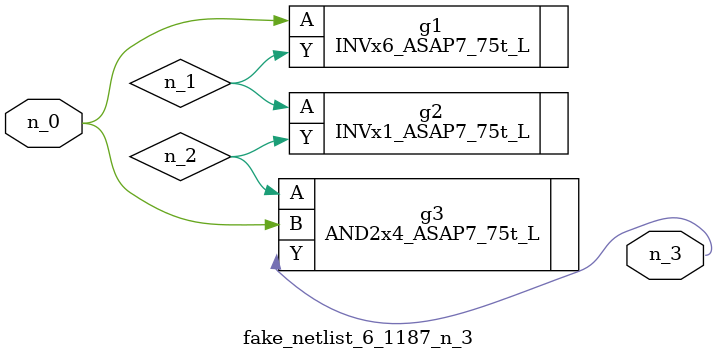
<source format=v>
module fake_netlist_6_1187_n_3 (n_0, n_3);

input n_0;

output n_3;

wire n_1;
wire n_2;

INVx6_ASAP7_75t_L g1 ( 
.A(n_0),
.Y(n_1)
);

INVx1_ASAP7_75t_L g2 ( 
.A(n_1),
.Y(n_2)
);

AND2x4_ASAP7_75t_L g3 ( 
.A(n_2),
.B(n_0),
.Y(n_3)
);


endmodule
</source>
